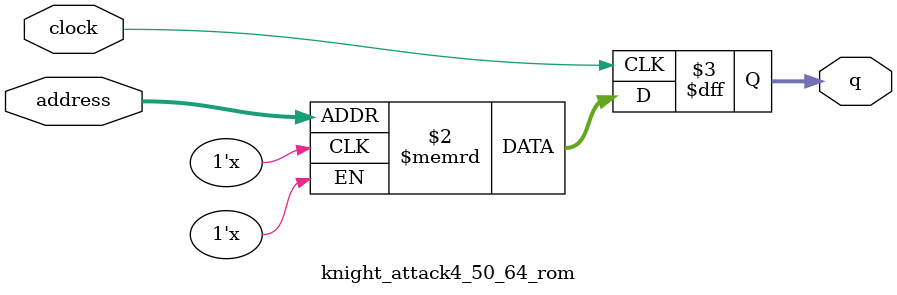
<source format=sv>
module knight_attack4_50_64_rom (
	input logic clock,
	input logic [11:0] address,
	output logic [2:0] q
);

logic [2:0] memory [0:3199] /* synthesis ram_init_file = "./knight_attack4_50_64/knight_attack4_50_64.mif" */;

always_ff @ (posedge clock) begin
	q <= memory[address];
end

endmodule

</source>
